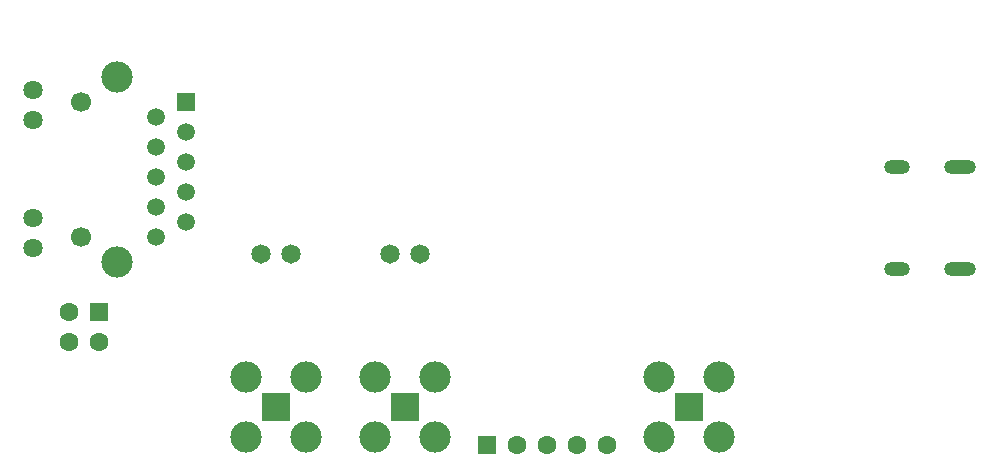
<source format=gbs>
G04*
G04 #@! TF.GenerationSoftware,Altium Limited,Altium Designer,24.4.1 (13)*
G04*
G04 Layer_Color=16711935*
%FSLAX44Y44*%
%MOMM*%
G71*
G04*
G04 #@! TF.SameCoordinates,01D52CA3-88C5-4DE5-A31F-88FFA3C92493*
G04*
G04*
G04 #@! TF.FilePolarity,Negative*
G04*
G01*
G75*
%ADD75C,1.6000*%
%ADD76R,1.6000X1.6000*%
%ADD77C,2.6500*%
%ADD78R,2.3500X2.3500*%
%ADD79C,1.6400*%
%ADD80C,1.7000*%
%ADD81C,1.6300*%
%ADD82C,1.5000*%
%ADD83R,1.5000X1.5000*%
%ADD84O,2.7000X1.2000*%
%ADD85O,2.2000X1.2000*%
%ADD86C,0.1000*%
D75*
X450000Y505000D02*
D03*
Y530400D02*
D03*
X475400Y505000D02*
D03*
X880400Y417500D02*
D03*
X905800D02*
D03*
X855000D02*
D03*
X829600D02*
D03*
D76*
X475400Y530400D02*
D03*
X804200Y417500D02*
D03*
D77*
X709600Y475400D02*
D03*
X760400D02*
D03*
Y424600D02*
D03*
X709600D02*
D03*
X491100Y572850D02*
D03*
Y729850D02*
D03*
X599600Y475400D02*
D03*
X650400D02*
D03*
Y424600D02*
D03*
X599600D02*
D03*
X949600D02*
D03*
X1000400D02*
D03*
Y475400D02*
D03*
X949600D02*
D03*
D78*
X735000Y450000D02*
D03*
X625000D02*
D03*
X975000D02*
D03*
D79*
X722300Y580000D02*
D03*
X747700D02*
D03*
X637700D02*
D03*
X612300D02*
D03*
D80*
X460600Y594200D02*
D03*
Y708500D02*
D03*
D81*
X420000Y584600D02*
D03*
Y610000D02*
D03*
Y692700D02*
D03*
Y718100D02*
D03*
D82*
X524100Y594200D02*
D03*
X549500Y606900D02*
D03*
X524100Y645000D02*
D03*
X549500Y657700D02*
D03*
X524100Y670400D02*
D03*
X549500Y683100D02*
D03*
X524100Y695800D02*
D03*
X549500Y632300D02*
D03*
X524100Y619600D02*
D03*
D83*
X549500Y708500D02*
D03*
D84*
X1204600Y566600D02*
D03*
Y653000D02*
D03*
D85*
X1151100Y566800D02*
D03*
Y653200D02*
D03*
D86*
X550000Y435000D02*
D03*
Y785000D02*
D03*
X1050000D02*
D03*
Y435000D02*
D03*
M02*

</source>
